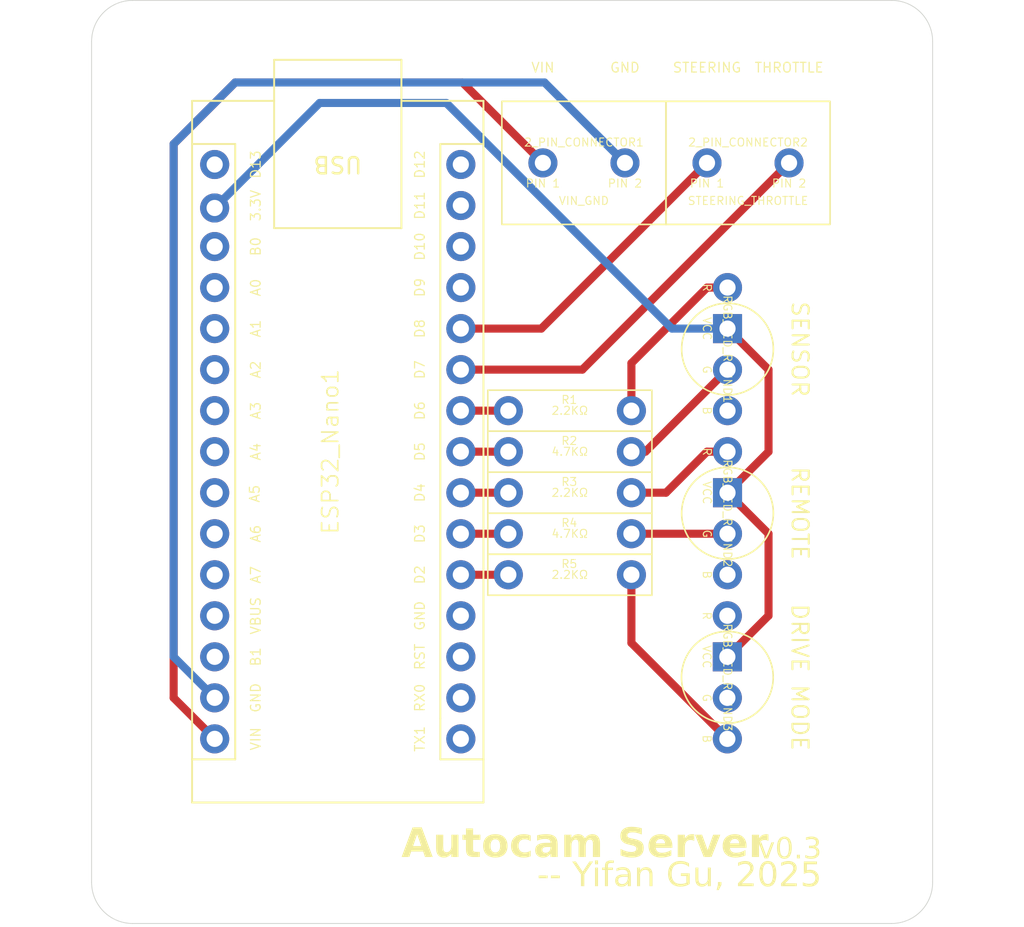
<source format=kicad_pcb>
(kicad_pcb (version 20241229) (generator "pcbnew") (generator_version "9.0")
  (title_block (title "Autocam Server") (date "2025-05-21") (rev "v0.3"))
  (layers (0 "F.Cu" signal) (2 "B.Cu" signal) (13 "F.Paste" user) (15 "B.Paste" user) (5 "F.SilkS" user "F.Silkscreen") (7 "B.SilkS" user "B.Silkscreen") (1 "F.Mask" user) (3 "B.Mask" user) (25 "Edge.Cuts" user))
  (net 0 "")
  (net 1 "Net-(2_PIN_CONNECTOR1-Pin_1)")
  (net 2 "Net-(2_PIN_CONNECTOR1-Pin_2)")
  (net 3 "Net-(2_PIN_CONNECTOR2-Pin_2)")
  (net 4 "Net-(2_PIN_CONNECTOR2-Pin_1)")
  (net 7 "Net-(ESP32_Nano1-D4)")
  (net 13 "Net-(ESP32_Nano1-D2)")
  (net 16 "Net-(ESP32_Nano1-D6)")
  (net 24 "Net-(RGB_LED_ROUND1-R)")
  (net 25 "Net-(RGB_LED_ROUND1-G)")
  (net 27 "Net-(RGB_LED_ROUND2-R)")
  (net 28 "Net-(RGB_LED_ROUND2-G)")
  (net 31 "Net-(ESP32_Nano1-D5)")
  (net 32 "Net-(ESP32_Nano1-D3)")
  (net 36 "Net-(RGB_LED_ROUND3-B)")
  (net 39 "Net-(ESP32_Nano1-3.3V)")
  (footprint "Autocam:Anode RGB LED (Round)" (layer "F.Cu") (at 162.56 101.6 -90)
    (property "Reference" "RGB_LED_ROUND2" (at 0 0 270) (layer "F.SilkS") (effects (font (size 0.5 0.5) (thickness 0.0625))))
    (property "Value" "REMOTE" (at 0 -5.07 270) (layer "F.SilkS") (effects (font (thickness 0.125)) (justify top)))
    (fp_circle (center 0 0) (end 2.84 0) (stroke (width 0.1)) (fill no) (layer "F.SilkS"))
    (fp_text user "B" (at 3.81 1.27 270) (layer "F.SilkS") (effects (font (size 0.5 0.5) (thickness 0.0625))))
    (fp_text user "G" (at 1.27 1.27 270) (layer "F.SilkS") (effects (font (size 0.5 0.5) (thickness 0.0625))))
    (fp_text user "R" (at -3.81 1.27 270) (layer "F.SilkS") (effects (font (size 0.5 0.5) (thickness 0.0625))))
    (fp_text user "VCC" (at -1.27 1.27 270) (layer "F.SilkS") (effects (font (size 0.5 0.5) (thickness 0.0625))))
    (pad "1" thru_hole circle (at -3.81 0 270) (size 1.8 1.8) (drill 1) (layers "*.Cu" "*.Mask") (net 27 "Net-(RGB_LED_ROUND2-R)"))
    (pad "2" thru_hole rect (at -1.27 0 270) (size 1.8 1.8) (drill 1) (layers "*.Cu" "*.Mask") (net 39 "Net-(ESP32_Nano1-3.3V)"))
    (pad "3" thru_hole circle (at 1.27 0 270) (size 1.8 1.8) (drill 1) (layers "*.Cu" "*.Mask") (net 28 "Net-(RGB_LED_ROUND2-G)"))
    (pad "4" thru_hole circle (at 3.81 0 270) (size 1.8 1.8) (drill 1) (layers "*.Cu" "*.Mask"))
  )
  (footprint "MountingHole:MountingHole_2.2mm_M2" (layer "F.Cu") (at 171.45 73.66)
    (property "Reference" "REF**" (hide yes))
    (property "Value" "MountingHole_2.2mm_M2")
    (pad "" np_thru_hole circle (at 0 0) (size 2.2 2.2) (drill 2.2) (layers "*.Cu" "*.Mask"))
  )
  (footprint "Autocam:Simple Resistor" (layer "F.Cu") (at 148.99 95.25)
    (property "Reference" "R1" (at 3.774036 -0.672769 0) (layer "F.SilkS") (effects (font (size 0.5 0.5) (thickness 0.0625))))
    (property "Value" "2.2KΩ" (at 3.81 0 0) (layer "F.SilkS") (effects (font (size 0.5 0.5) (thickness 0.0625))))
    (fp_rect (start -1.27 -1.27) (end 8.89 1.27) (stroke (width 0.1)) (fill no) (layer "F.SilkS"))
    (pad "1" thru_hole circle (at 0 0) (size 1.8 1.8) (drill 1) (layers "*.Cu" "*.Mask") (net 16 "Net-(ESP32_Nano1-D6)"))
    (pad "2" thru_hole circle (at 7.62 0) (size 1.8 1.8) (drill 1) (layers "*.Cu" "*.Mask") (net 24 "Net-(RGB_LED_ROUND1-R)"))
  )
  (footprint "Autocam:Arduino ESP32 Nano" (layer "F.Cu") (at 146.05 115.57 90)
    (property "Reference" "ESP32_Nano1" (at 17.78 -8.08 90) (layer "F.SilkS") (effects (font (thickness 0.1))))
    (property "Value" "Server")
    (fp_line (start 39.5 -16.64) (end -3.94 -16.64) (stroke (width 0.12)) (layer "F.SilkS"))
    (fp_line (start 39.5 -16.64) (end 39.5 -11.56) (stroke (width 0.12)) (layer "F.SilkS"))
    (fp_line (start -3.94 -16.64) (end -3.94 1.4) (stroke (width 0.12)) (layer "F.SilkS"))
    (fp_line (start 36.83 -13.97) (end 36.83 -16.64) (stroke (width 0.12)) (layer "F.SilkS"))
    (fp_line (start -1.27 -13.97) (end -1.27 -16.64) (stroke (width 0.12)) (layer "F.SilkS"))
    (fp_line (start -1.27 -13.97) (end 36.83 -13.97) (stroke (width 0.12)) (layer "F.SilkS"))
    (fp_line (start 42.04 -11.56) (end 42.04 -3.68) (stroke (width 0.12)) (layer "F.SilkS"))
    (fp_line (start 31.62 -11.56) (end 42.04 -11.56) (stroke (width 0.12)) (layer "F.SilkS"))
    (fp_line (start 42.04 -3.68) (end 31.62 -3.68) (stroke (width 0.12)) (layer "F.SilkS"))
    (fp_line (start 31.62 -3.68) (end 31.62 -11.56) (stroke (width 0.12)) (layer "F.SilkS"))
    (fp_line (start 36.83 -1.27) (end 36.83 1.4) (stroke (width 0.12)) (layer "F.SilkS"))
    (fp_line (start 1.27 -1.27) (end 36.83 -1.27) (stroke (width 0.12)) (layer "F.SilkS"))
    (fp_line (start 1.27 -1.27) (end -1.27 -1.27) (stroke (width 0.12)) (layer "F.SilkS"))
    (fp_line (start -1.27 -1.27) (end -1.27 1.4) (stroke (width 0.12)) (layer "F.SilkS"))
    (fp_line (start 39.5 1.4) (end 39.5 -3.68) (stroke (width 0.12)) (layer "F.SilkS"))
    (fp_line (start -1.27 1.4) (end 39.5 1.4) (stroke (width 0.12)) (layer "F.SilkS"))
    (fp_line (start -3.94 1.4) (end -1.27 1.4) (stroke (width 0.12)) (layer "F.SilkS"))
    (fp_text user "D8" (at 25.4 -2.54 90) (layer "F.SilkS") (effects (font (size 0.6 0.6) (thickness 0.075))))
    (fp_text user "D11" (at 33.02 -2.54 90) (layer "F.SilkS") (effects (font (size 0.6 0.6) (thickness 0.075))))
    (fp_text user "A7" (at 10.16 -12.7 90) (layer "F.SilkS") (effects (font (size 0.6 0.6) (thickness 0.075))))
    (fp_text user "D2" (at 10.16 -2.54 90) (layer "F.SilkS") (effects (font (size 0.6 0.6) (thickness 0.075))))
    (fp_text user "RST" (at 5.08 -2.54 90) (layer "F.SilkS") (effects (font (size 0.6 0.6) (thickness 0.075))))
    (fp_text user "D6" (at 20.32 -2.54 90) (layer "F.SilkS") (effects (font (size 0.6 0.6) (thickness 0.075))))
    (fp_text user "GND" (at 2.54 -12.7 90) (layer "F.SilkS") (effects (font (size 0.6 0.6) (thickness 0.075))))
    (fp_text user "A5" (at 15.177434 -12.762565 90) (layer "F.SilkS") (effects (font (size 0.6 0.6) (thickness 0.075))))
    (fp_text user "D9" (at 27.94 -2.54 90) (layer "F.SilkS") (effects (font (size 0.6 0.6) (thickness 0.075))))
    (fp_text user "RX0" (at 2.54 -2.54 90) (layer "F.SilkS") (effects (font (size 0.6 0.6) (thickness 0.075))))
    (fp_text user "A2" (at 22.86 -12.7 90) (layer "F.SilkS") (effects (font (size 0.6 0.6) (thickness 0.075))))
    (fp_text user "A4" (at 17.78 -12.7 90) (layer "F.SilkS") (effects (font (size 0.6 0.6) (thickness 0.075))))
    (fp_text user "D5" (at 17.78 -2.54 90) (layer "F.SilkS") (effects (font (size 0.6 0.6) (thickness 0.075))))
    (fp_text user "VBUS" (at 7.62 -12.7 90) (layer "F.SilkS") (effects (font (size 0.6 0.6) (thickness 0.075))))
    (fp_text user "A3" (at 20.32 -12.7 90) (layer "F.SilkS") (effects (font (size 0.6 0.6) (thickness 0.075))))
    (fp_text user "D12" (at 35.56 -2.54 90) (layer "F.SilkS") (effects (font (size 0.6 0.6) (thickness 0.075))))
    (fp_text user "D4" (at 15.24 -2.54 90) (layer "F.SilkS") (effects (font (size 0.6 0.6) (thickness 0.075))))
    (fp_text user "A0" (at 27.94 -12.7 90) (layer "F.SilkS") (effects (font (size 0.6 0.6) (thickness 0.075))))
    (fp_text user "A6" (at 12.7 -12.7 90) (layer "F.SilkS") (effects (font (size 0.6 0.6) (thickness 0.075))))
    (fp_text user "D10" (at 30.48 -2.54 90) (layer "F.SilkS") (effects (font (size 0.6 0.6) (thickness 0.075))))
    (fp_text user "USB" (at 35.56 -7.62 180) (layer "F.SilkS"))
    (fp_text user "GND" (at 7.62 -2.54 90) (layer "F.SilkS") (effects (font (size 0.6 0.6) (thickness 0.075))))
    (fp_text user "B0" (at 30.48 -12.7 90) (layer "F.SilkS") (effects (font (size 0.6 0.6) (thickness 0.075))))
    (fp_text user "A1" (at 25.4 -12.7 90) (layer "F.SilkS") (effects (font (size 0.6 0.6) (thickness 0.075))))
    (fp_text user "B1" (at 5.08 -12.7 90) (layer "F.SilkS") (effects (font (size 0.6 0.6) (thickness 0.075))))
    (fp_text user "D13" (at 35.56 -12.7 90) (layer "F.SilkS") (effects (font (size 0.6 0.6) (thickness 0.075))))
    (fp_text user "3.3V" (at 33.02 -12.7 90) (layer "F.SilkS") (effects (font (size 0.6 0.6) (thickness 0.075))))
    (fp_text user "D3" (at 12.7 -2.54 90) (layer "F.SilkS") (effects (font (size 0.6 0.6) (thickness 0.075))))
    (fp_text user "TX1" (at 0 -2.54 90) (layer "F.SilkS") (effects (font (size 0.6 0.6) (thickness 0.075))))
    (fp_text user "VIN" (at 0 -12.7 90) (layer "F.SilkS") (effects (font (size 0.6 0.6) (thickness 0.075))))
    (fp_text user "D7" (at 22.86 -2.54 90) (layer "F.SilkS") (effects (font (size 0.6 0.6) (thickness 0.075))))
    (pad "1" thru_hole circle (at 0 0 90) (size 1.8 1.8) (drill 1) (layers "*.Cu" "*.Mask"))
    (pad "2" thru_hole circle (at 2.54 0 90) (size 1.8 1.8) (drill 1) (layers "*.Cu" "*.Mask"))
    (pad "3" thru_hole circle (at 5.08 0 90) (size 1.8 1.8) (drill 1) (layers "*.Cu" "*.Mask"))
    (pad "4" thru_hole circle (at 7.62 0 90) (size 1.8 1.8) (drill 1) (layers "*.Cu" "*.Mask"))
    (pad "5" thru_hole circle (at 10.16 0 90) (size 1.8 1.8) (drill 1) (layers "*.Cu" "*.Mask") (net 13 "Net-(ESP32_Nano1-D2)"))
    (pad "6" thru_hole circle (at 12.7 0 90) (size 1.8 1.8) (drill 1) (layers "*.Cu" "*.Mask") (net 32 "Net-(ESP32_Nano1-D3)"))
    (pad "7" thru_hole circle (at 15.24 0 90) (size 1.8 1.8) (drill 1) (layers "*.Cu" "*.Mask") (net 7 "Net-(ESP32_Nano1-D4)"))
    (pad "8" thru_hole circle (at 17.78 0 90) (size 1.8 1.8) (drill 1) (layers "*.Cu" "*.Mask") (net 31 "Net-(ESP32_Nano1-D5)"))
    (pad "9" thru_hole circle (at 20.32 0 90) (size 1.8 1.8) (drill 1) (layers "*.Cu" "*.Mask") (net 16 "Net-(ESP32_Nano1-D6)"))
    (pad "10" thru_hole circle (at 22.86 0 90) (size 1.8 1.8) (drill 1) (layers "*.Cu" "*.Mask") (net 3 "Net-(2_PIN_CONNECTOR2-Pin_2)"))
    (pad "11" thru_hole circle (at 25.4 0 90) (size 1.8 1.8) (drill 1) (layers "*.Cu" "*.Mask") (net 4 "Net-(2_PIN_CONNECTOR2-Pin_1)"))
    (pad "12" thru_hole circle (at 27.94 0 90) (size 1.8 1.8) (drill 1) (layers "*.Cu" "*.Mask"))
    (pad "13" thru_hole circle (at 30.48 0 90) (size 1.8 1.8) (drill 1) (layers "*.Cu" "*.Mask"))
    (pad "14" thru_hole circle (at 33.02 0 90) (size 1.8 1.8) (drill 1) (layers "*.Cu" "*.Mask"))
    (pad "15" thru_hole circle (at 35.56 0 90) (size 1.8 1.8) (drill 1) (layers "*.Cu" "*.Mask"))
    (pad "16" thru_hole circle (at 35.56 -15.24 90) (size 1.8 1.8) (drill 1) (layers "*.Cu" "*.Mask"))
    (pad "17" thru_hole circle (at 32.868102 -15.243472 90) (size 1.8 1.8) (drill 1) (layers "*.Cu" "*.Mask") (net 39 "Net-(ESP32_Nano1-3.3V)"))
    (pad "18" thru_hole circle (at 30.48 -15.24 90) (size 1.8 1.8) (drill 1) (layers "*.Cu" "*.Mask"))
    (pad "19" thru_hole circle (at 27.94 -15.24 90) (size 1.8 1.8) (drill 1) (layers "*.Cu" "*.Mask"))
    (pad "20" thru_hole circle (at 25.4 -15.24 90) (size 1.8 1.8) (drill 1) (layers "*.Cu" "*.Mask"))
    (pad "21" thru_hole circle (at 22.86 -15.24 90) (size 1.8 1.8) (drill 1) (layers "*.Cu" "*.Mask"))
    (pad "22" thru_hole circle (at 20.32 -15.24 90) (size 1.8 1.8) (drill 1) (layers "*.Cu" "*.Mask"))
    (pad "23" thru_hole circle (at 17.78 -15.24 90) (size 1.8 1.8) (drill 1) (layers "*.Cu" "*.Mask"))
    (pad "24" thru_hole circle (at 15.24 -15.24 90) (size 1.8 1.8) (drill 1) (layers "*.Cu" "*.Mask"))
    (pad "25" thru_hole circle (at 12.7 -15.24 90) (size 1.8 1.8) (drill 1) (layers "*.Cu" "*.Mask"))
    (pad "26" thru_hole circle (at 10.16 -15.24 90) (size 1.8 1.8) (drill 1) (layers "*.Cu" "*.Mask"))
    (pad "27" thru_hole circle (at 7.62 -15.24 90) (size 1.8 1.8) (drill 1) (layers "*.Cu" "*.Mask"))
    (pad "28" thru_hole circle (at 5.08 -15.24 90) (size 1.8 1.8) (drill 1) (layers "*.Cu" "*.Mask"))
    (pad "29" thru_hole circle (at 2.54 -15.24 90) (size 1.8 1.8) (drill 1) (layers "*.Cu" "*.Mask") (net 2 "Net-(2_PIN_CONNECTOR1-Pin_2)"))
    (pad "30" thru_hole circle (at 0 -15.24 90) (size 1.8 1.8) (drill 1) (layers "*.Cu" "*.Mask") (net 1 "Net-(2_PIN_CONNECTOR1-Pin_1)"))
  )
  (footprint "Autocam:Simple Resistor" (layer "F.Cu") (at 148.99 100.33)
    (property "Reference" "R3" (at 3.774036 -0.672769 0) (layer "F.SilkS") (effects (font (size 0.5 0.5) (thickness 0.0625))))
    (property "Value" "2.2KΩ" (at 3.81 0 0) (layer "F.SilkS") (effects (font (size 0.5 0.5) (thickness 0.0625))))
    (fp_rect (start -1.27 -1.27) (end 8.89 1.27) (stroke (width 0.1)) (fill no) (layer "F.SilkS"))
    (pad "1" thru_hole circle (at 0 0) (size 1.8 1.8) (drill 1) (layers "*.Cu" "*.Mask") (net 7 "Net-(ESP32_Nano1-D4)"))
    (pad "2" thru_hole circle (at 7.62 0) (size 1.8 1.8) (drill 1) (layers "*.Cu" "*.Mask") (net 27 "Net-(RGB_LED_ROUND2-R)"))
  )
  (footprint "Autocam:Simple Resistor" (layer "F.Cu") (at 148.99 97.79)
    (property "Reference" "R2" (at 3.774036 -0.672769 0) (layer "F.SilkS") (effects (font (size 0.5 0.5) (thickness 0.0625))))
    (property "Value" "4.7KΩ" (at 3.81 0 0) (layer "F.SilkS") (effects (font (size 0.5 0.5) (thickness 0.0625))))
    (fp_rect (start -1.27 -1.27) (end 8.89 1.27) (stroke (width 0.1)) (fill no) (layer "F.SilkS"))
    (pad "1" thru_hole circle (at 0 0) (size 1.8 1.8) (drill 1) (layers "*.Cu" "*.Mask") (net 31 "Net-(ESP32_Nano1-D5)"))
    (pad "2" thru_hole circle (at 7.62 0) (size 1.8 1.8) (drill 1) (layers "*.Cu" "*.Mask") (net 25 "Net-(RGB_LED_ROUND1-G)"))
  )
  (footprint "Autocam:2-PIN Connector" (layer "F.Cu") (at 158.75 83.72)
    (property "Reference" "2_PIN_CONNECTOR2" (at 5.08 -5.08 0) (layer "F.SilkS") (effects (font (size 0.5 0.5) (thickness 0.0625))))
    (property "Value" "STEERING_THROTTLE" (at 5.08 -1.17 0) (layer "F.SilkS") (effects (font (size 0.5 0.5) (thickness 0.0625)) (justify bottom)))
    (fp_rect (start 0 -7.62) (end 10.16 0) (stroke (width 0.1)) (fill no) (layer "F.SilkS"))
    (fp_text user "STEERING" (at 2.54 -10.06 0) (layer "F.SilkS") (effects (font (size 0.6 0.6) (thickness 0.075)) (justify top)))
    (fp_text user "THROTTLE" (at 7.62 -10.06 0) (layer "F.SilkS") (effects (font (size 0.6 0.6) (thickness 0.075)) (justify top)))
    (fp_text user "PIN 1" (at 2.54 -2.54 0) (layer "F.SilkS") (effects (font (size 0.5 0.5) (thickness 0.0625))))
    (fp_text user "PIN 2" (at 7.62 -2.54 0) (layer "F.SilkS") (effects (font (size 0.5 0.5) (thickness 0.0625))))
    (pad "1" thru_hole circle (at 2.54 -3.81) (size 1.8 1.8) (drill 1) (layers "*.Cu" "*.Mask") (net 4 "Net-(2_PIN_CONNECTOR2-Pin_1)"))
    (pad "2" thru_hole circle (at 7.62 -3.81) (size 1.8 1.8) (drill 1) (layers "*.Cu" "*.Mask") (net 3 "Net-(2_PIN_CONNECTOR2-Pin_2)"))
  )
  (footprint "Autocam:Anode RGB LED (Round)" (layer "F.Cu") (at 162.56 91.44 -90)
    (property "Reference" "RGB_LED_ROUND1" (at 0 0 270) (layer "F.SilkS") (effects (font (size 0.5 0.5) (thickness 0.0625))))
    (property "Value" "SENSOR" (at 0 -5.07 270) (layer "F.SilkS") (effects (font (thickness 0.125)) (justify top)))
    (fp_circle (center 0 0) (end 2.84 0) (stroke (width 0.1)) (fill no) (layer "F.SilkS"))
    (fp_text user "VCC" (at -1.27 1.27 270) (layer "F.SilkS") (effects (font (size 0.5 0.5) (thickness 0.0625))))
    (fp_text user "B" (at 3.81 1.27 270) (layer "F.SilkS") (effects (font (size 0.5 0.5) (thickness 0.0625))))
    (fp_text user "G" (at 1.27 1.27 270) (layer "F.SilkS") (effects (font (size 0.5 0.5) (thickness 0.0625))))
    (fp_text user "R" (at -3.81 1.27 270) (layer "F.SilkS") (effects (font (size 0.5 0.5) (thickness 0.0625))))
    (pad "1" thru_hole circle (at -3.81 0 270) (size 1.8 1.8) (drill 1) (layers "*.Cu" "*.Mask") (net 24 "Net-(RGB_LED_ROUND1-R)"))
    (pad "2" thru_hole rect (at -1.27 0 270) (size 1.8 1.8) (drill 1) (layers "*.Cu" "*.Mask") (net 39 "Net-(ESP32_Nano1-3.3V)"))
    (pad "3" thru_hole circle (at 1.27 0 270) (size 1.8 1.8) (drill 1) (layers "*.Cu" "*.Mask") (net 25 "Net-(RGB_LED_ROUND1-G)"))
    (pad "4" thru_hole circle (at 3.81 0 270) (size 1.8 1.8) (drill 1) (layers "*.Cu" "*.Mask"))
  )
  (footprint "Autocam:2-PIN Connector" (layer "F.Cu") (at 148.59 83.72)
    (property "Reference" "2_PIN_CONNECTOR1" (at 5.08 -5.08 0) (layer "F.SilkS") (effects (font (size 0.5 0.5) (thickness 0.0625))))
    (property "Value" "VIN_GND" (at 5.08 -1.17 0) (layer "F.SilkS") (effects (font (size 0.5 0.5) (thickness 0.0625)) (justify bottom)))
    (fp_rect (start 0 -7.62) (end 10.16 0) (stroke (width 0.1)) (fill no) (layer "F.SilkS"))
    (fp_text user "PIN 1" (at 2.54 -2.54 0) (layer "F.SilkS") (effects (font (size 0.5 0.5) (thickness 0.0625))))
    (fp_text user "GND" (at 7.62 -10.06 0) (layer "F.SilkS") (effects (font (size 0.6 0.6) (thickness 0.075)) (justify top)))
    (fp_text user "VIN" (at 2.54 -10.06 0) (layer "F.SilkS") (effects (font (size 0.6 0.6) (thickness 0.075)) (justify top)))
    (fp_text user "PIN 2" (at 7.62 -2.54 0) (layer "F.SilkS") (effects (font (size 0.5 0.5) (thickness 0.0625))))
    (pad "1" thru_hole circle (at 2.54 -3.81) (size 1.8 1.8) (drill 1) (layers "*.Cu" "*.Mask") (net 1 "Net-(2_PIN_CONNECTOR1-Pin_1)"))
    (pad "2" thru_hole circle (at 7.62 -3.81) (size 1.8 1.8) (drill 1) (layers "*.Cu" "*.Mask") (net 2 "Net-(2_PIN_CONNECTOR1-Pin_2)"))
  )
  (footprint "MountingHole:MountingHole_2.2mm_M2" (layer "F.Cu") (at 127 73.66)
    (property "Reference" "REF**" (hide yes))
    (property "Value" "MountingHole_2.2mm_M2")
    (pad "" np_thru_hole circle (at 0 0) (size 2.2 2.2) (drill 2.2) (layers "*.Cu" "*.Mask"))
  )
  (footprint "Autocam:Anode RGB LED (Round)" (layer "F.Cu") (at 162.55 111.76 -90)
    (property "Reference" "RGB_LED_ROUND3" (at 0 -0.01 270) (layer "F.SilkS") (effects (font (size 0.5 0.5) (thickness 0.0625))))
    (property "Value" "DRIVE MODE" (at 0 -5.07 270) (layer "F.SilkS") (effects (font (thickness 0.125)) (justify top)))
    (fp_circle (center 0 0) (end 2.84 0) (stroke (width 0.1)) (fill no) (layer "F.SilkS"))
    (fp_text user "G" (at 1.27 1.27 270) (layer "F.SilkS") (effects (font (size 0.5 0.5) (thickness 0.0625))))
    (fp_text user "VCC" (at -1.27 1.27 270) (layer "F.SilkS") (effects (font (size 0.5 0.5) (thickness 0.0625))))
    (fp_text user "B" (at 3.81 1.27 270) (layer "F.SilkS") (effects (font (size 0.5 0.5) (thickness 0.0625))))
    (fp_text user "R" (at -3.81 1.27 270) (layer "F.SilkS") (effects (font (size 0.5 0.5) (thickness 0.0625))))
    (pad "1" thru_hole circle (at -3.81 0 270) (size 1.8 1.8) (drill 1) (layers "*.Cu" "*.Mask"))
    (pad "2" thru_hole rect (at -1.27 0 270) (size 1.8 1.8) (drill 1) (layers "*.Cu" "*.Mask") (net 39 "Net-(ESP32_Nano1-3.3V)"))
    (pad "3" thru_hole circle (at 1.27 0 270) (size 1.8 1.8) (drill 1) (layers "*.Cu" "*.Mask"))
    (pad "4" thru_hole circle (at 3.81 0 270) (size 1.8 1.8) (drill 1) (layers "*.Cu" "*.Mask") (net 36 "Net-(RGB_LED_ROUND3-B)"))
  )
  (footprint "Autocam:Simple Resistor" (layer "F.Cu") (at 148.99 105.41)
    (property "Reference" "R5" (at 3.774036 -0.672769 0) (layer "F.SilkS") (effects (font (size 0.5 0.5) (thickness 0.0625))))
    (property "Value" "2.2KΩ" (at 3.81 0 0) (layer "F.SilkS") (effects (font (size 0.5 0.5) (thickness 0.0625))))
    (fp_rect (start -1.27 -1.27) (end 8.89 1.27) (stroke (width 0.1)) (fill no) (layer "F.SilkS"))
    (pad "1" thru_hole circle (at 0 0) (size 1.8 1.8) (drill 1) (layers "*.Cu" "*.Mask") (net 13 "Net-(ESP32_Nano1-D2)"))
    (pad "2" thru_hole circle (at 7.62 0) (size 1.8 1.8) (drill 1) (layers "*.Cu" "*.Mask") (net 36 "Net-(RGB_LED_ROUND3-B)"))
  )
  (footprint "MountingHole:MountingHole_2.2mm_M2" (layer "F.Cu") (at 127 123.19)
    (property "Reference" "REF**" (hide yes))
    (property "Value" "MountingHole_2.2mm_M2")
    (pad "" np_thru_hole circle (at 0 0) (size 2.2 2.2) (drill 2.2) (layers "*.Cu" "*.Mask"))
  )
  (footprint "MountingHole:MountingHole_2.2mm_M2" (layer "F.Cu") (at 171.45 123.19)
    (property "Reference" "REF**" (hide yes))
    (property "Value" "MountingHole_2.2mm_M2")
    (pad "" np_thru_hole circle (at 0 0) (size 2.2 2.2) (drill 2.2) (layers "*.Cu" "*.Mask"))
  )
  (footprint "Autocam:Simple Resistor" (layer "F.Cu") (at 148.99 102.87)
    (property "Reference" "R4" (at 3.774036 -0.672769 0) (layer "F.SilkS") (effects (font (size 0.5 0.5) (thickness 0.0625))))
    (property "Value" "4.7KΩ" (at 3.81 0 0) (layer "F.SilkS") (effects (font (size 0.5 0.5) (thickness 0.0625))))
    (fp_rect (start -1.27 -1.27) (end 8.89 1.27) (stroke (width 0.1)) (fill no) (layer "F.SilkS"))
    (pad "1" thru_hole circle (at 0 0) (size 1.8 1.8) (drill 1) (layers "*.Cu" "*.Mask") (net 32 "Net-(ESP32_Nano1-D3)"))
    (pad "2" thru_hole circle (at 7.62 0) (size 1.8 1.8) (drill 1) (layers "*.Cu" "*.Mask") (net 28 "Net-(RGB_LED_ROUND2-G)"))
  )
  (gr_line (start 172.72 127) (end 125.73 127) (stroke (width 0.05)) (layer "Edge.Cuts"))
  (gr_arc (start 125.73 127) (mid 123.933949 126.256051) (end 123.19 124.46) (stroke (width 0.05)) (layer "Edge.Cuts"))
  (gr_arc (start 123.19 72.39) (mid 123.933949 70.593949) (end 125.73 69.85) (stroke (width 0.05)) (layer "Edge.Cuts"))
  (gr_line (start 125.73 69.85) (end 172.72 69.85) (stroke (width 0.05)) (layer "Edge.Cuts"))
  (gr_line (start 175.26 72.39) (end 175.26 124.46) (stroke (width 0.05)) (layer "Edge.Cuts"))
  (gr_arc (start 172.72 69.85) (mid 174.516051 70.593949) (end 175.26 72.39) (stroke (width 0.05)) (layer "Edge.Cuts"))
  (gr_line (start 123.19 124.46) (end 123.19 72.39) (stroke (width 0.05)) (layer "Edge.Cuts"))
  (gr_arc (start 175.26 124.46) (mid 174.516051 126.256051) (end 172.72 127) (stroke (width 0.05)) (layer "Edge.Cuts"))
  (gr_text "v0.3" (at 168.394177 123.19 0) (layer "F.SilkS") (effects (font (size 1.3 1.3) (thickness 0.1) (italic yes)) (justify right bottom)))
  (gr_text "-- Yifan Gu, 2025" (at 168.394177 123.19 0) (layer "F.SilkS") (effects (font (size 1.5 1.5) (thickness 0.1)) (justify right top)))
  (gr_text "Autocam Server" (at 165.1 123.19 0) (layer "F.SilkS") (effects (font (size 1.8 1.8) (thickness 0.3) (bold yes) (italic yes)) (justify right bottom)))
  (segment (start 146.15 74.93) (end 151.13 79.91) (width 0.5) (layer "F.Cu") (net 1))
  (segment (start 132.08 74.93) (end 128.27 78.74) (width 0.5) (layer "F.Cu") (net 1))
  (segment (start 151.13 79.91) (end 151.03 79.91) (width 0.5) (layer "F.Cu") (net 1))
  (segment (start 128.27 113.03) (end 130.81 115.57) (width 0.5) (layer "F.Cu") (net 1))
  (segment (start 128.27 78.74) (end 128.27 113.03) (width 0.5) (layer "F.Cu") (net 1))
  (segment (start 132.08 74.93) (end 146.15 74.93) (width 0.5) (layer "F.Cu") (net 1))
  (segment (start 151.23 74.93) (end 132.08 74.93) (width 0.5) (layer "B.Cu") (net 2))
  (segment (start 132.08 74.93) (end 128.27 78.74) (width 0.5) (layer "B.Cu") (net 2))
  (segment (start 128.27 78.74) (end 128.27 110.49) (width 0.5) (layer "B.Cu") (net 2))
  (segment (start 128.27 110.49) (end 130.81 113.03) (width 0.5) (layer "B.Cu") (net 2))
  (segment (start 156.21 79.91) (end 151.23 74.93) (width 0.5) (layer "B.Cu") (net 2))
  (segment (start 153.57 92.71) (end 146.05 92.71) (width 0.5) (layer "F.Cu") (net 3))
  (segment (start 166.37 80.01) (end 166.37 79.91) (width 0.5) (layer "F.Cu") (net 3))
  (segment (start 166.37 79.91) (end 153.57 92.71) (width 0.5) (layer "F.Cu") (net 3))
  (segment (start 161.29 79.91) (end 151.03 90.17) (width 0.5) (layer "F.Cu") (net 4))
  (segment (start 151.03 90.17) (end 146.05 90.17) (width 0.5) (layer "F.Cu") (net 4))
  (segment (start 148.99 100.33) (end 146.05 100.33) (width 0.5) (layer "F.Cu") (net 7))
  (segment (start 148.99 105.41) (end 146.05 105.41) (width 0.5) (layer "F.Cu") (net 13))
  (segment (start 148.99 95.25) (end 146.05 95.25) (width 0.5) (layer "F.Cu") (net 16))
  (segment (start 156.61 95.25) (end 156.61 92.31) (width 0.5) (layer "F.Cu") (net 24))
  (segment (start 156.61 92.31) (end 161.29 87.63) (width 0.5) (layer "F.Cu") (net 24))
  (segment (start 161.29 87.63) (end 162.56 87.63) (width 0.5) (layer "F.Cu") (net 24))
  (segment (start 162.56 92.71) (end 157.48 97.79) (width 0.5) (layer "F.Cu") (net 25))
  (segment (start 157.48 97.79) (end 156.61 97.79) (width 0.5) (layer "F.Cu") (net 25))
  (segment (start 162.56 92.71) (end 162.55 92.71) (width 0.3) (layer "F.Cu") (net 25))
  (segment (start 158.75 100.33) (end 161.29 97.79) (width 0.5) (layer "F.Cu") (net 27))
  (segment (start 161.29 97.79) (end 162.56 97.79) (width 0.5) (layer "F.Cu") (net 27))
  (segment (start 156.61 100.33) (end 158.75 100.33) (width 0.5) (layer "F.Cu") (net 27))
  (segment (start 162.55 97.79) (end 162.56 97.79) (width 0.3) (layer "F.Cu") (net 27))
  (segment (start 162.56 102.87) (end 156.61 102.87) (width 0.5) (layer "F.Cu") (net 28))
  (segment (start 146.05 97.79) (end 148.99 97.79) (width 0.5) (layer "F.Cu") (net 31))
  (segment (start 146.05 102.87) (end 148.99 102.87) (width 0.5) (layer "F.Cu") (net 32))
  (segment (start 162.55 115.57) (end 156.61 109.63) (width 0.5) (layer "F.Cu") (net 36))
  (segment (start 156.61 109.63) (end 156.61 105.41) (width 0.5) (layer "F.Cu") (net 36))
  (segment (start 165.1 102.87) (end 165.1 107.95) (width 0.5) (layer "F.Cu") (net 39))
  (segment (start 165.1 107.95) (end 165.09 107.95) (width 0.3) (layer "F.Cu") (net 39))
  (segment (start 165.1 97.79) (end 162.56 100.33) (width 0.5) (layer "F.Cu") (net 39))
  (segment (start 162.56 90.17) (end 165.1 92.71) (width 0.5) (layer "F.Cu") (net 39))
  (segment (start 165.1 92.71) (end 165.1 97.79) (width 0.5) (layer "F.Cu") (net 39))
  (segment (start 162.56 100.33) (end 165.1 102.87) (width 0.5) (layer "F.Cu") (net 39))
  (segment (start 165.09 107.95) (end 162.55 110.49) (width 0.5) (layer "F.Cu") (net 39))
  (segment (start 145.150601 76.2) (end 137.308426 76.2) (width 0.5) (layer "B.Cu") (net 39))
  (segment (start 137.308426 76.2) (end 130.806528 82.701898) (width 0.5) (layer "B.Cu") (net 39))
  (segment (start 159.120601 90.17) (end 145.150601 76.2) (width 0.5) (layer "B.Cu") (net 39))
  (segment (start 159.120601 90.17) (end 162.56 90.17) (width 0.5) (layer "B.Cu") (net 39))
)
</source>
